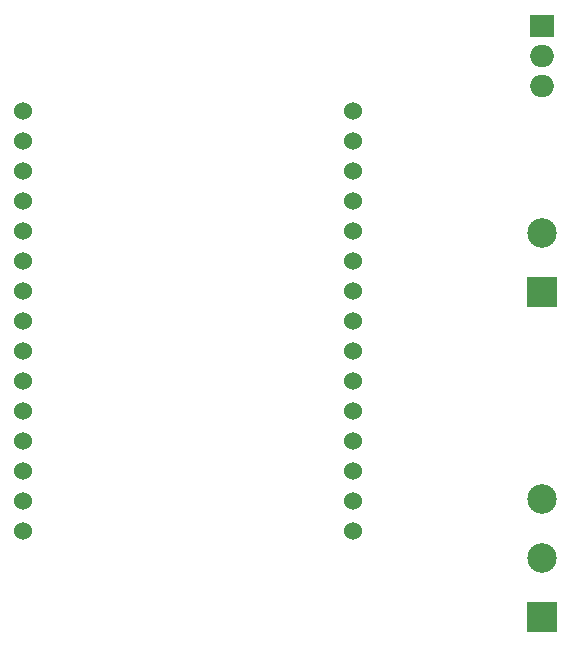
<source format=gbr>
%TF.GenerationSoftware,KiCad,Pcbnew,6.0.7-f9a2dced07~116~ubuntu22.04.1*%
%TF.CreationDate,2022-09-17T16:40:37+08:00*%
%TF.ProjectId,WLED-12V,574c4544-2d31-4325-962e-6b696361645f,rev?*%
%TF.SameCoordinates,Original*%
%TF.FileFunction,Soldermask,Bot*%
%TF.FilePolarity,Negative*%
%FSLAX46Y46*%
G04 Gerber Fmt 4.6, Leading zero omitted, Abs format (unit mm)*
G04 Created by KiCad (PCBNEW 6.0.7-f9a2dced07~116~ubuntu22.04.1) date 2022-09-17 16:40:37*
%MOMM*%
%LPD*%
G01*
G04 APERTURE LIST*
%ADD10C,1.524000*%
%ADD11R,2.500000X2.500000*%
%ADD12C,2.500000*%
%ADD13R,2.000000X1.905000*%
%ADD14O,2.000000X1.905000*%
G04 APERTURE END LIST*
D10*
%TO.C,U1*%
X86030000Y-54680000D03*
X86030000Y-57220000D03*
X86030000Y-59760000D03*
X86030000Y-62300000D03*
X86030000Y-64840000D03*
X86030000Y-67380000D03*
X86030000Y-69920000D03*
X86030000Y-72460000D03*
X86030000Y-75000000D03*
X86030000Y-77540000D03*
X86030000Y-80080000D03*
X86030000Y-82620000D03*
X86030000Y-85160000D03*
X86030000Y-87700000D03*
X86030000Y-90240000D03*
X113970000Y-90240000D03*
X113970000Y-87700000D03*
X113970000Y-85160000D03*
X113970000Y-82620000D03*
X113970000Y-80080000D03*
X113970000Y-77540000D03*
X113970000Y-75000000D03*
X113970000Y-72460000D03*
X113970000Y-69920000D03*
X113970000Y-67380000D03*
X113970000Y-64840000D03*
X113970000Y-62300000D03*
X113970000Y-59760000D03*
X113970000Y-57220000D03*
X113970000Y-54680000D03*
%TD*%
D11*
%TO.C,J1*%
X130000000Y-70000000D03*
D12*
X130000000Y-65000000D03*
%TD*%
D11*
%TO.C,J2*%
X130000000Y-97500000D03*
D12*
X130000000Y-92500000D03*
X130000000Y-87500000D03*
%TD*%
D13*
%TO.C,U2*%
X130000000Y-47500000D03*
D14*
X130000000Y-50040000D03*
X130000000Y-52580000D03*
%TD*%
M02*

</source>
